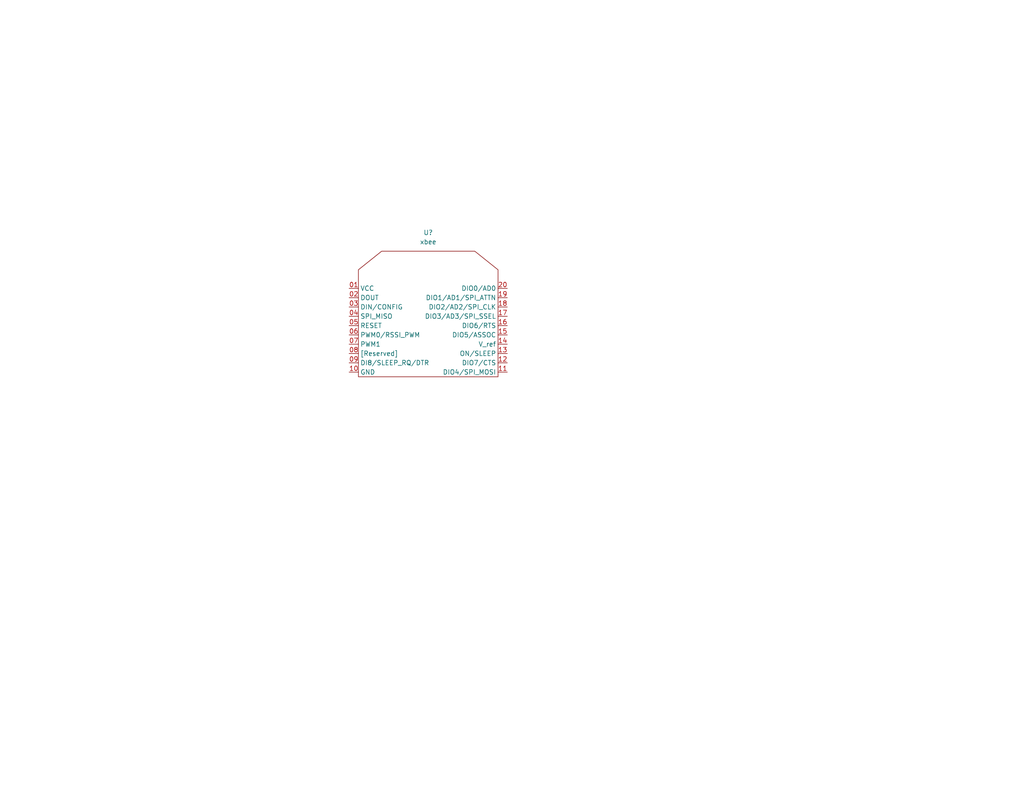
<source format=kicad_sch>
(kicad_sch (version 20211123) (generator eeschema)
  (paper "A")
  (title_block (date "2023-03-03"))
  (lib_symbols
    (symbol "Homssymbols:xbee"
      (property "Reference" "U" (at 25.4 -5.08 0))
      (property "Value" "xbee" (at 13.97 -2.54 0))
      (symbol "xbee_0_1"
        (polyline (pts (xy 52.07 3.81) (xy 13.97 3.81) (xy 13.97 33.02) (xy 20.32 38.1) (xy 45.72 38.1) (xy 52.07 33.02) (xy 52.07 3.81)))
      )
      (symbol "xbee_1_1"
        (pin input line (at 11.43 27.94 0) (length 2.54) (name "VCC") (number "01"))
        (pin input line (at 11.43 25.4 0) (length 2.54) (name "DOUT") (number "02"))
        (pin input line (at 11.43 22.86 0) (length 2.54) (name "DIN/CONFIG") (number "03"))
        (pin input line (at 11.43 20.32 0) (length 2.54) (name "SPI_MISO") (number "04"))
        (pin input line (at 11.43 17.78 0) (length 2.54) (name "RESET") (number "05"))
        (pin input line (at 11.43 15.24 0) (length 2.54) (name "PWM0/RSSI_PWM") (number "06"))
        (pin input line (at 11.43 12.7 0) (length 2.54) (name "PWM1") (number "07"))
        (pin input line (at 11.43 10.16 0) (length 2.54) (name "[Reserved]") (number "08"))
        (pin input line (at 11.43 7.62 0) (length 2.54) (name "DI8/SLEEP_RQ/DTR") (number "09"))
        (pin input line (at 11.43 5.08 0) (length 2.54) (name "GND") (number "10"))
        (pin input line (at 54.61 5.08 180) (length 2.54) (name "DIO4/SPI_MOSI") (number "11"))
        (pin input line (at 54.61 7.62 180) (length 2.54) (name "DIO7/CTS") (number "12"))
        (pin input line (at 54.61 10.16 180) (length 2.54) (name "ON/SLEEP") (number "13"))
        (pin input line (at 54.61 12.7 180) (length 2.54) (name "V_ref") (number "14"))
        (pin input line (at 54.61 15.24 180) (length 2.54) (name "DIO5/ASSOC") (number "15"))
        (pin input line (at 54.61 17.78 180) (length 2.54) (name "DIO6/RTS") (number "16"))
        (pin input line (at 54.61 20.32 180) (length 2.54) (name "DIO3/AD3/SPI_SSEL") (number "17"))
        (pin input line (at 54.61 22.86 180) (length 2.54) (name "DIO2/AD2/SPI_CLK") (number "18"))
        (pin input line (at 54.61 25.4 180) (length 2.54) (name "DIO1/AD1/SPI_ATTN") (number "19"))
        (pin input line (at 54.61 27.94 180) (length 2.54) (name "DIO0/AD0") (number "20"))
      )
    )
  )
  (symbol (lib_id "Homssymbols:xbee") (at 83.82 106.68 0) (unit 1)
    (property "Reference" "U?" (at 116.84 63.5 0))
    (property "Value" "xbee" (at 116.84 66.04 0))
  )
)
</source>
